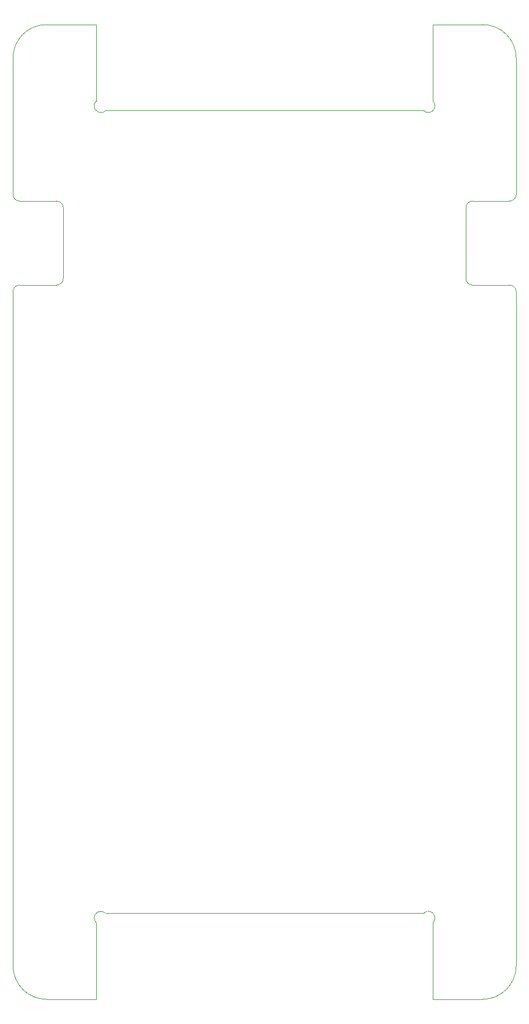
<source format=gbr>
G04 (created by PCBNEW (2013-07-07 BZR 4022)-stable) date 12/8/2014 12:12:01 AM*
%MOIN*%
G04 Gerber Fmt 3.4, Leading zero omitted, Abs format*
%FSLAX34Y34*%
G01*
G70*
G90*
G04 APERTURE LIST*
%ADD10C,0.00590551*%
%ADD11C,0.00393701*%
G04 APERTURE END LIST*
G54D10*
G54D11*
X27000Y-82000D02*
G75*
G03X29000Y-84000I2000J0D01*
G74*
G01*
X27000Y-82000D02*
X27000Y-41893D01*
X27393Y-41500D02*
G75*
G03X27000Y-41893I0J-393D01*
G74*
G01*
X27393Y-41500D02*
X29606Y-41500D01*
X29606Y-41500D02*
G75*
G03X30000Y-41106I0J393D01*
G74*
G01*
X30000Y-41106D02*
X30000Y-36893D01*
X30000Y-36893D02*
G75*
G03X29606Y-36500I-393J0D01*
G74*
G01*
X29606Y-36500D02*
X27393Y-36500D01*
X27000Y-36106D02*
G75*
G03X27393Y-36500I393J0D01*
G74*
G01*
X27000Y-36106D02*
X27000Y-28000D01*
X29000Y-26000D02*
G75*
G03X27000Y-28000I0J-2000D01*
G74*
G01*
X29000Y-26000D02*
X31960Y-26000D01*
X31960Y-26000D02*
X31960Y-30561D01*
X31960Y-30561D02*
G75*
G03X32517Y-31118I278J-278D01*
G74*
G01*
X32517Y-31118D02*
X51482Y-31118D01*
X51482Y-31118D02*
G75*
G03X52039Y-30561I278J278D01*
G74*
G01*
X52039Y-30561D02*
X52039Y-26000D01*
X52039Y-26000D02*
X55000Y-26000D01*
X57000Y-28000D02*
G75*
G03X55000Y-26000I-2000J0D01*
G74*
G01*
X57000Y-28000D02*
X57000Y-36106D01*
X56606Y-36500D02*
G75*
G03X57000Y-36106I0J393D01*
G74*
G01*
X56606Y-36500D02*
X54393Y-36500D01*
X54393Y-36500D02*
G75*
G03X54000Y-36893I0J-393D01*
G74*
G01*
X54000Y-36893D02*
X54000Y-41106D01*
X54000Y-41106D02*
G75*
G03X54393Y-41500I393J0D01*
G74*
G01*
X54393Y-41500D02*
X56606Y-41500D01*
X57000Y-41893D02*
G75*
G03X56606Y-41500I-393J0D01*
G74*
G01*
X57000Y-41893D02*
X57000Y-82000D01*
X55000Y-84000D02*
G75*
G03X57000Y-82000I0J2000D01*
G74*
G01*
X55000Y-84000D02*
X52039Y-84000D01*
X52039Y-84000D02*
X52039Y-79438D01*
X52039Y-79438D02*
G75*
G03X51482Y-78881I-278J278D01*
G74*
G01*
X51482Y-78881D02*
X32517Y-78881D01*
X32517Y-78881D02*
G75*
G03X31960Y-79438I-278J-278D01*
G74*
G01*
X31960Y-79438D02*
X31960Y-84000D01*
X31960Y-84000D02*
X29000Y-84000D01*
M02*

</source>
